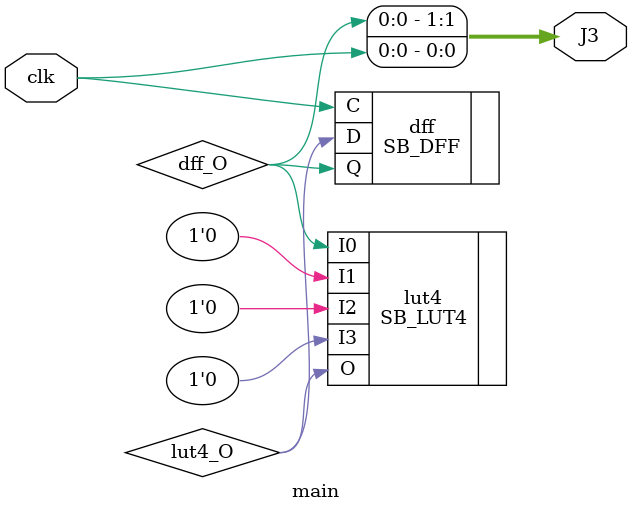
<source format=v>
module main (input clk, output [1:0] J3);
wire  dff_O;
wire lut4_O;
SB_DFF dff (.C(clk), .D(lut4_O), .Q(dff_O));
SB_LUT4 #(.LUT_INIT(16'h5555)) lut4 (.I0(dff_O), .I1(1'b0), .I2(1'b0), .I3(1'b0), .O(lut4_O));
assign J3 = {dff_O, clk};
endmodule


</source>
